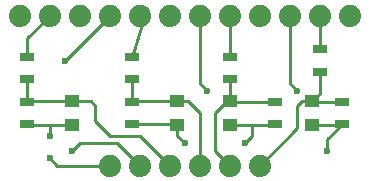
<source format=gtl>
G04 #@! TF.FileFunction,Copper,L1,Top,Signal*
%FSLAX46Y46*%
G04 Gerber Fmt 4.6, Leading zero omitted, Abs format (unit mm)*
G04 Created by KiCad (PCBNEW 4.0.6) date Wednesday, December 20, 2017 'PMt' 01:59:56 PM*
%MOMM*%
%LPD*%
G01*
G04 APERTURE LIST*
%ADD10C,0.100000*%
%ADD11R,1.250000X1.000000*%
%ADD12C,1.879600*%
%ADD13R,1.300000X0.700000*%
%ADD14C,0.600000*%
%ADD15C,0.250000*%
G04 APERTURE END LIST*
D10*
D11*
X149225000Y-108855000D03*
X149225000Y-110855000D03*
X158115000Y-108855000D03*
X158115000Y-110855000D03*
X162560000Y-108855000D03*
X162560000Y-110855000D03*
X169545000Y-108855000D03*
X169545000Y-110855000D03*
D12*
X165100000Y-114300000D03*
X162560000Y-114300000D03*
X160020000Y-114300000D03*
X157480000Y-114300000D03*
X154940000Y-114300000D03*
X152400000Y-114300000D03*
X149860000Y-101600000D03*
X147320000Y-101600000D03*
X144780000Y-101600000D03*
X157480000Y-101600000D03*
X154940000Y-101600000D03*
X152400000Y-101600000D03*
X165100000Y-101600000D03*
X162560000Y-101600000D03*
X160020000Y-101600000D03*
X172720000Y-101600000D03*
X170180000Y-101600000D03*
X167640000Y-101600000D03*
D13*
X145415000Y-105095000D03*
X145415000Y-106995000D03*
X145415000Y-108905000D03*
X145415000Y-110805000D03*
X154305000Y-105095000D03*
X154305000Y-106995000D03*
X154305000Y-108905000D03*
X154305000Y-110805000D03*
X162560000Y-105095000D03*
X162560000Y-106995000D03*
X166370000Y-108905000D03*
X166370000Y-110805000D03*
X170180000Y-104460000D03*
X170180000Y-106360000D03*
X172085000Y-108905000D03*
X172085000Y-110805000D03*
D14*
X160655000Y-107950000D03*
X168275000Y-107950000D03*
X148590000Y-105410000D03*
X147320000Y-113665000D03*
X170815000Y-113030000D03*
X163830000Y-112395000D03*
X158750000Y-112395000D03*
X147320000Y-111760000D03*
X149225000Y-113030000D03*
D15*
X157480000Y-114300000D02*
X154940000Y-111760000D01*
X150765000Y-108855000D02*
X149225000Y-108855000D01*
X151130000Y-109220000D02*
X150765000Y-108855000D01*
X151130000Y-110490000D02*
X151130000Y-109220000D01*
X152400000Y-111760000D02*
X151130000Y-110490000D01*
X154940000Y-111760000D02*
X152400000Y-111760000D01*
X157480000Y-114300000D02*
X157480000Y-113665000D01*
X150130000Y-108855000D02*
X149225000Y-108855000D01*
X149225000Y-108855000D02*
X145465000Y-108855000D01*
X145465000Y-108855000D02*
X145415000Y-108905000D01*
X145415000Y-106995000D02*
X145415000Y-108905000D01*
X160020000Y-101600000D02*
X160020000Y-107315000D01*
X160020000Y-107315000D02*
X160655000Y-107950000D01*
X167640000Y-101600000D02*
X167640000Y-107315000D01*
X167640000Y-107315000D02*
X168275000Y-107950000D01*
X152400000Y-101600000D02*
X148590000Y-105410000D01*
X152400000Y-114300000D02*
X147955000Y-114300000D01*
X147955000Y-114300000D02*
X147320000Y-113665000D01*
X169545000Y-110855000D02*
X172035000Y-110855000D01*
X172035000Y-110855000D02*
X170815000Y-112075000D01*
X170815000Y-112075000D02*
X170815000Y-113030000D01*
X164465000Y-110855000D02*
X164465000Y-111760000D01*
X164465000Y-111760000D02*
X163830000Y-112395000D01*
X162560000Y-110855000D02*
X164465000Y-110855000D01*
X164465000Y-110855000D02*
X166320000Y-110855000D01*
X166320000Y-110855000D02*
X166370000Y-110805000D01*
X158115000Y-110855000D02*
X158115000Y-111760000D01*
X158115000Y-111760000D02*
X158750000Y-112395000D01*
X154305000Y-110805000D02*
X158065000Y-110805000D01*
X158065000Y-110805000D02*
X158115000Y-110855000D01*
X147320000Y-110855000D02*
X147320000Y-111760000D01*
X149225000Y-110855000D02*
X147320000Y-110855000D01*
X147320000Y-110855000D02*
X145465000Y-110855000D01*
X145465000Y-110855000D02*
X145415000Y-110805000D01*
X158115000Y-108855000D02*
X159020000Y-108855000D01*
X160020000Y-109855000D02*
X160020000Y-114300000D01*
X159020000Y-108855000D02*
X160020000Y-109855000D01*
X154305000Y-106995000D02*
X154305000Y-108905000D01*
X158115000Y-108855000D02*
X154355000Y-108855000D01*
X154355000Y-108855000D02*
X154305000Y-108905000D01*
X162560000Y-108855000D02*
X162290000Y-108855000D01*
X162290000Y-108855000D02*
X161290000Y-109855000D01*
X161290000Y-113030000D02*
X162560000Y-114300000D01*
X161290000Y-109855000D02*
X161290000Y-113030000D01*
X162560000Y-106995000D02*
X162560000Y-108855000D01*
X166370000Y-108905000D02*
X162610000Y-108905000D01*
X162610000Y-108905000D02*
X162560000Y-108855000D01*
X169545000Y-108855000D02*
X168640000Y-108855000D01*
X168275000Y-111125000D02*
X165100000Y-114300000D01*
X168275000Y-109220000D02*
X168275000Y-111125000D01*
X168640000Y-108855000D02*
X168275000Y-109220000D01*
X172085000Y-108905000D02*
X169595000Y-108905000D01*
X169595000Y-108905000D02*
X169545000Y-108855000D01*
X170180000Y-106360000D02*
X170180000Y-108220000D01*
X170180000Y-108220000D02*
X169545000Y-108855000D01*
X154940000Y-114300000D02*
X153035000Y-112395000D01*
X149860000Y-112395000D02*
X149225000Y-113030000D01*
X153035000Y-112395000D02*
X149860000Y-112395000D01*
X145415000Y-105095000D02*
X145415000Y-103505000D01*
X145415000Y-103505000D02*
X147320000Y-101600000D01*
X154305000Y-105095000D02*
X155575000Y-100965000D01*
X155575000Y-100965000D02*
X154940000Y-101600000D01*
X162560000Y-105095000D02*
X162560000Y-101600000D01*
X170180000Y-104460000D02*
X170180000Y-101600000D01*
M02*

</source>
